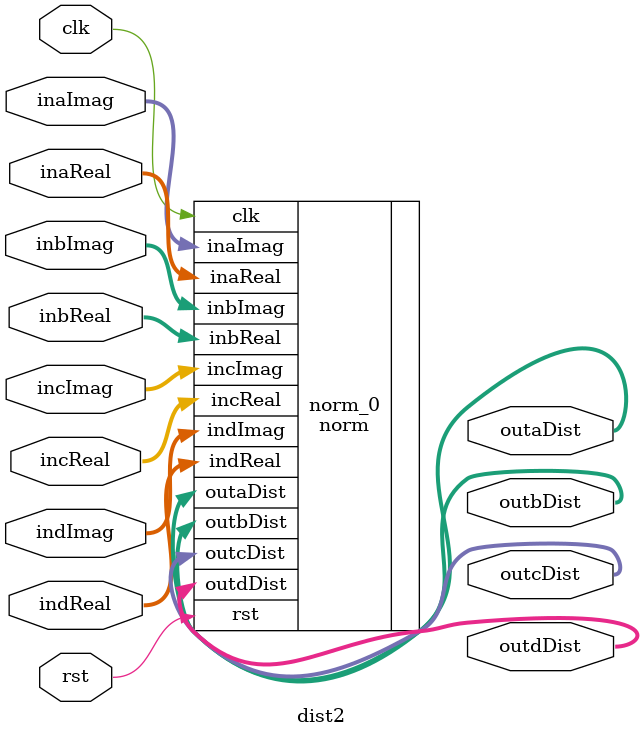
<source format=v>

module dist2#(parameter WIDTH = 16)
(
	input clk, 
	input rst,
	input [WIDTH-1:0] inaReal,
	input [WIDTH-1:0] inaImag,
	input [WIDTH-1:0] inbReal,
	input [WIDTH-1:0] inbImag,
	input [WIDTH-1:0] incReal,
	input [WIDTH-1:0] incImag,	
	input [WIDTH-1:0] indReal,
	input [WIDTH-1:0] indImag,
	
	output  [WIDTH-1:0] outaDist,
	output  [WIDTH-1:0] outbDist,	
	output  [WIDTH-1:0] outcDist,
	output  [WIDTH-1:0] outdDist	
);

norm #(.WIDTH(WIDTH)) norm_0
(
	.clk(clk),
	.rst(rst),
	.inaReal(inaReal),
	.inaImag(inaImag),	
	.inbReal(inbReal),
	.inbImag(inbImag),
	.incReal(incReal),
	.incImag(incImag),
	.indReal(indReal),
	.indImag(indImag),

	.outaDist(outaDist),
	.outbDist(outbDist),
	.outcDist(outcDist),
	.outdDist(outdDist)	
);

endmodule
</source>
